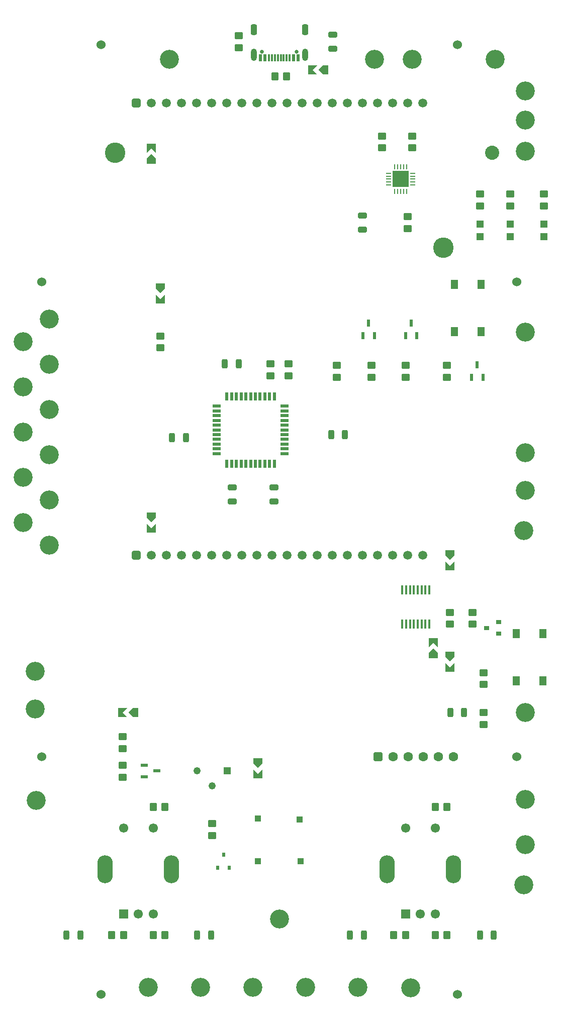
<source format=gbr>
%TF.GenerationSoftware,Altium Limited,Altium Designer,23.6.0 (18)*%
G04 Layer_Color=255*
%FSLAX43Y43*%
%MOMM*%
%TF.SameCoordinates,407812E0-2FFD-4E57-8D94-CFCBE61D5419*%
%TF.FilePolarity,Positive*%
%TF.FileFunction,Pads,Top*%
%TF.Part,Single*%
G01*
G75*
%TA.AperFunction,SMDPad,CuDef*%
%ADD10R,0.508X1.346*%
%ADD11R,1.346X0.508*%
G04:AMPARAMS|DCode=12|XSize=1.4mm|YSize=1.2mm|CornerRadius=0.15mm|HoleSize=0mm|Usage=FLASHONLY|Rotation=180.000|XOffset=0mm|YOffset=0mm|HoleType=Round|Shape=RoundedRectangle|*
%AMROUNDEDRECTD12*
21,1,1.400,0.900,0,0,180.0*
21,1,1.100,1.200,0,0,180.0*
1,1,0.300,-0.550,0.450*
1,1,0.300,0.550,0.450*
1,1,0.300,0.550,-0.450*
1,1,0.300,-0.550,-0.450*
%
%ADD12ROUNDEDRECTD12*%
%AMCUSTOMSHAPE13*
4,1,5,-0.762,0.826,-0.762,-0.064,0.000,-0.826,0.762,-0.064,0.762,0.826,-0.762,0.826,0.0*%
%ADD13CUSTOMSHAPE13*%

%AMCUSTOMSHAPE14*
4,1,5,0.762,0.762,0.000,0.000,-0.762,0.762,-0.762,-0.762,0.762,-0.762,0.762,0.762,0.0*%
%ADD14CUSTOMSHAPE14*%

%AMCUSTOMSHAPE15*
4,1,5,0.762,-0.826,0.762,0.064,0.000,0.826,-0.762,0.064,-0.762,-0.826,0.762,-0.826,0.0*%
%ADD15CUSTOMSHAPE15*%

%AMCUSTOMSHAPE16*
4,1,5,-0.762,-0.762,0.000,0.000,0.762,-0.762,0.762,0.762,-0.762,0.762,-0.762,-0.762,0.0*%
%ADD16CUSTOMSHAPE16*%

%ADD17R,1.000X1.000*%
%AMCUSTOMSHAPE18*
4,1,5,0.762,0.762,0.000,0.000,0.762,-0.762,-0.762,-0.762,-0.762,0.762,0.762,0.762,0.0*%
%ADD18CUSTOMSHAPE18*%

%AMCUSTOMSHAPE19*
4,1,5,0.826,-0.762,-0.064,-0.762,-0.826,0.000,-0.064,0.762,0.826,0.762,0.826,-0.762,0.0*%
%ADD19CUSTOMSHAPE19*%

%ADD20O,0.250X0.900*%
%ADD21O,0.900X0.250*%
%ADD22R,2.800X2.800*%
G04:AMPARAMS|DCode=23|XSize=1.55mm|YSize=0.95mm|CornerRadius=0.238mm|HoleSize=0mm|Usage=FLASHONLY|Rotation=270.000|XOffset=0mm|YOffset=0mm|HoleType=Round|Shape=RoundedRectangle|*
%AMROUNDEDRECTD23*
21,1,1.550,0.475,0,0,270.0*
21,1,1.075,0.950,0,0,270.0*
1,1,0.475,-0.238,-0.538*
1,1,0.475,-0.238,0.538*
1,1,0.475,0.238,0.538*
1,1,0.475,0.238,-0.538*
%
%ADD23ROUNDEDRECTD23*%
%ADD24R,1.300X1.550*%
G04:AMPARAMS|DCode=25|XSize=1.57mm|YSize=0.41mm|CornerRadius=0.051mm|HoleSize=0mm|Usage=FLASHONLY|Rotation=270.000|XOffset=0mm|YOffset=0mm|HoleType=Round|Shape=RoundedRectangle|*
%AMROUNDEDRECTD25*
21,1,1.570,0.308,0,0,270.0*
21,1,1.468,0.410,0,0,270.0*
1,1,0.103,-0.154,-0.734*
1,1,0.103,-0.154,0.734*
1,1,0.103,0.154,0.734*
1,1,0.103,0.154,-0.734*
%
%ADD25ROUNDEDRECTD25*%
%ADD26R,0.600X0.750*%
G04:AMPARAMS|DCode=27|XSize=1.23mm|YSize=0.59mm|CornerRadius=0.148mm|HoleSize=0mm|Usage=FLASHONLY|Rotation=90.000|XOffset=0mm|YOffset=0mm|HoleType=Round|Shape=RoundedRectangle|*
%AMROUNDEDRECTD27*
21,1,1.230,0.295,0,0,90.0*
21,1,0.935,0.590,0,0,90.0*
1,1,0.295,0.148,0.468*
1,1,0.295,0.148,-0.468*
1,1,0.295,-0.148,-0.468*
1,1,0.295,-0.148,0.468*
%
%ADD27ROUNDEDRECTD27*%
G04:AMPARAMS|DCode=28|XSize=1.4mm|YSize=1.2mm|CornerRadius=0.15mm|HoleSize=0mm|Usage=FLASHONLY|Rotation=90.000|XOffset=0mm|YOffset=0mm|HoleType=Round|Shape=RoundedRectangle|*
%AMROUNDEDRECTD28*
21,1,1.400,0.900,0,0,90.0*
21,1,1.100,1.200,0,0,90.0*
1,1,0.300,0.450,0.550*
1,1,0.300,0.450,-0.550*
1,1,0.300,-0.450,-0.550*
1,1,0.300,-0.450,0.550*
%
%ADD28ROUNDEDRECTD28*%
G04:AMPARAMS|DCode=29|XSize=1.55mm|YSize=0.95mm|CornerRadius=0.238mm|HoleSize=0mm|Usage=FLASHONLY|Rotation=180.000|XOffset=0mm|YOffset=0mm|HoleType=Round|Shape=RoundedRectangle|*
%AMROUNDEDRECTD29*
21,1,1.550,0.475,0,0,180.0*
21,1,1.075,0.950,0,0,180.0*
1,1,0.475,-0.538,0.238*
1,1,0.475,0.538,0.238*
1,1,0.475,0.538,-0.238*
1,1,0.475,-0.538,-0.238*
%
%ADD29ROUNDEDRECTD29*%
%ADD30R,0.900X0.800*%
%AMCUSTOMSHAPE31*
4,1,5,0.826,0.762,-0.064,0.762,-0.826,0.000,-0.064,-0.762,0.826,-0.762,0.826,0.762,0.0*%
%ADD31CUSTOMSHAPE31*%

%AMCUSTOMSHAPE32*
4,1,5,0.762,-0.762,0.000,0.000,0.762,0.762,-0.762,0.762,-0.762,-0.762,0.762,-0.762,0.0*%
%ADD32CUSTOMSHAPE32*%

G04:AMPARAMS|DCode=33|XSize=1.23mm|YSize=0.59mm|CornerRadius=0.148mm|HoleSize=0mm|Usage=FLASHONLY|Rotation=0.000|XOffset=0mm|YOffset=0mm|HoleType=Round|Shape=RoundedRectangle|*
%AMROUNDEDRECTD33*
21,1,1.230,0.295,0,0,0.0*
21,1,0.935,0.590,0,0,0.0*
1,1,0.295,0.468,-0.148*
1,1,0.295,-0.468,-0.148*
1,1,0.295,-0.468,0.148*
1,1,0.295,0.468,0.148*
%
%ADD33ROUNDEDRECTD33*%
%ADD34R,0.600X1.150*%
%ADD35R,0.300X1.150*%
%ADD36R,1.200X1.200*%
%TA.AperFunction,ComponentPad*%
%ADD39C,3.200*%
%ADD40C,3.450*%
%ADD41C,2.388*%
%ADD42C,1.520*%
G04:AMPARAMS|DCode=43|XSize=1.52mm|YSize=1.52mm|CornerRadius=0.38mm|HoleSize=0mm|Usage=FLASHONLY|Rotation=0.000|XOffset=0mm|YOffset=0mm|HoleType=Round|Shape=RoundedRectangle|*
%AMROUNDEDRECTD43*
21,1,1.520,0.760,0,0,0.0*
21,1,0.760,1.520,0,0,0.0*
1,1,0.760,0.380,-0.380*
1,1,0.760,-0.380,-0.380*
1,1,0.760,-0.380,0.380*
1,1,0.760,0.380,0.380*
%
%ADD43ROUNDEDRECTD43*%
%ADD44C,1.600*%
G04:AMPARAMS|DCode=45|XSize=1.6mm|YSize=1.6mm|CornerRadius=0.4mm|HoleSize=0mm|Usage=FLASHONLY|Rotation=0.000|XOffset=0mm|YOffset=0mm|HoleType=Round|Shape=RoundedRectangle|*
%AMROUNDEDRECTD45*
21,1,1.600,0.800,0,0,0.0*
21,1,0.800,1.600,0,0,0.0*
1,1,0.800,0.400,-0.400*
1,1,0.800,-0.400,-0.400*
1,1,0.800,-0.400,0.400*
1,1,0.800,0.400,0.400*
%
%ADD45ROUNDEDRECTD45*%
%ADD46C,1.550*%
%ADD47R,1.550X1.550*%
G04:AMPARAMS|DCode=48|XSize=2.6mm|YSize=4.7mm|CornerRadius=1.3mm|HoleSize=0mm|Usage=FLASHONLY|Rotation=0.000|XOffset=0mm|YOffset=0mm|HoleType=Round|Shape=RoundedRectangle|*
%AMROUNDEDRECTD48*
21,1,2.600,2.100,0,0,0.0*
21,1,0.000,4.700,0,0,0.0*
1,1,2.600,0.000,-1.050*
1,1,2.600,0.000,-1.050*
1,1,2.600,0.000,1.050*
1,1,2.600,0.000,1.050*
%
%ADD48ROUNDEDRECTD48*%
%ADD49R,1.222X1.222*%
%ADD50C,1.222*%
G04:AMPARAMS|DCode=51|XSize=1.8mm|YSize=1mm|CornerRadius=0.25mm|HoleSize=0mm|Usage=FLASHONLY|Rotation=270.000|XOffset=0mm|YOffset=0mm|HoleType=Round|Shape=RoundedRectangle|*
%AMROUNDEDRECTD51*
21,1,1.800,0.500,0,0,270.0*
21,1,1.300,1.000,0,0,270.0*
1,1,0.500,-0.250,-0.650*
1,1,0.500,-0.250,0.650*
1,1,0.500,0.250,0.650*
1,1,0.500,0.250,-0.650*
%
%ADD51ROUNDEDRECTD51*%
%ADD52O,1.000X2.100*%
%ADD53C,0.650*%
%TA.AperFunction,WasherPad*%
%ADD54C,1.524*%
D10*
X38672Y93398D02*
D03*
X39472D02*
D03*
X40272D02*
D03*
X41072D02*
D03*
X41872D02*
D03*
X42672D02*
D03*
X43472D02*
D03*
X44272D02*
D03*
X45072D02*
D03*
X45872D02*
D03*
X46672D02*
D03*
Y104752D02*
D03*
X45872D02*
D03*
X45072D02*
D03*
X44272D02*
D03*
X43472D02*
D03*
X42672D02*
D03*
X41872D02*
D03*
X41072D02*
D03*
X40272D02*
D03*
X39472D02*
D03*
X38672D02*
D03*
D11*
X48349Y95075D02*
D03*
Y95875D02*
D03*
Y96675D02*
D03*
Y97475D02*
D03*
Y98275D02*
D03*
Y99075D02*
D03*
Y99875D02*
D03*
Y100675D02*
D03*
Y101475D02*
D03*
Y102275D02*
D03*
Y103075D02*
D03*
X36995D02*
D03*
Y102275D02*
D03*
Y101475D02*
D03*
Y100675D02*
D03*
Y99875D02*
D03*
Y99075D02*
D03*
Y98275D02*
D03*
Y97475D02*
D03*
Y96675D02*
D03*
Y95875D02*
D03*
Y95075D02*
D03*
D12*
X81915Y56166D02*
D03*
Y58166D02*
D03*
X49022Y108220D02*
D03*
Y110220D02*
D03*
X45974Y108220D02*
D03*
Y110220D02*
D03*
X81915Y51435D02*
D03*
Y49435D02*
D03*
X80010Y66345D02*
D03*
Y68345D02*
D03*
X76200Y66345D02*
D03*
Y68345D02*
D03*
X36195Y30750D02*
D03*
Y32750D02*
D03*
X21110Y42545D02*
D03*
Y40545D02*
D03*
Y45355D02*
D03*
Y47355D02*
D03*
X27432Y114903D02*
D03*
Y112903D02*
D03*
X40640Y163465D02*
D03*
Y165465D02*
D03*
X92075Y136795D02*
D03*
Y138795D02*
D03*
X86360Y136795D02*
D03*
Y138795D02*
D03*
X81280Y136795D02*
D03*
Y138795D02*
D03*
X69090Y134985D02*
D03*
Y132985D02*
D03*
X69850Y148590D02*
D03*
Y146590D02*
D03*
X64770D02*
D03*
Y148590D02*
D03*
X68772Y109950D02*
D03*
Y107950D02*
D03*
X63057Y109950D02*
D03*
Y107950D02*
D03*
X75692Y109950D02*
D03*
Y107950D02*
D03*
X57150Y107950D02*
D03*
Y109950D02*
D03*
D13*
X76200Y60828D02*
D03*
X43857Y42926D02*
D03*
X25910Y84328D02*
D03*
X27432Y122936D02*
D03*
X76200Y77978D02*
D03*
D14*
Y59050D02*
D03*
X43857Y41148D02*
D03*
X25910Y82550D02*
D03*
X27432Y121158D02*
D03*
X76200Y76200D02*
D03*
D15*
X73406Y61468D02*
D03*
X25908Y144780D02*
D03*
D16*
X73406Y63246D02*
D03*
X25908Y146558D02*
D03*
D17*
X50950Y33450D02*
D03*
X51100Y26400D02*
D03*
X43900D02*
D03*
Y33600D02*
D03*
D18*
X53086Y159766D02*
D03*
D19*
X54864D02*
D03*
D20*
X66945Y139285D02*
D03*
X67445D02*
D03*
X67945D02*
D03*
X68445D02*
D03*
X68945D02*
D03*
Y143385D02*
D03*
X68445D02*
D03*
X67945D02*
D03*
X67445D02*
D03*
X66945D02*
D03*
D21*
X69995Y140335D02*
D03*
Y140835D02*
D03*
Y141335D02*
D03*
Y141835D02*
D03*
Y142335D02*
D03*
X65895D02*
D03*
Y141835D02*
D03*
Y141335D02*
D03*
Y140835D02*
D03*
Y140335D02*
D03*
D22*
X67945Y141335D02*
D03*
D23*
X33655Y13970D02*
D03*
X36005D02*
D03*
X40640Y110176D02*
D03*
X38290D02*
D03*
X83630Y13970D02*
D03*
X81280D02*
D03*
X59372D02*
D03*
X61722D02*
D03*
X11620Y13970D02*
D03*
X13970D02*
D03*
X29417Y97790D02*
D03*
X31767D02*
D03*
X58579Y98275D02*
D03*
X56229D02*
D03*
X76295Y51435D02*
D03*
X78645D02*
D03*
D24*
X81498Y123609D02*
D03*
X76998D02*
D03*
X81498Y115659D02*
D03*
X76998D02*
D03*
X87376Y56820D02*
D03*
X91876D02*
D03*
X87376Y64770D02*
D03*
X91876D02*
D03*
D25*
X72760Y72085D02*
D03*
X72110D02*
D03*
X71460D02*
D03*
X70810D02*
D03*
X70160D02*
D03*
X69510D02*
D03*
X68860D02*
D03*
X68210D02*
D03*
Y66345D02*
D03*
X68860D02*
D03*
X69510D02*
D03*
X70160D02*
D03*
X70810D02*
D03*
X71460D02*
D03*
X72110D02*
D03*
X72760D02*
D03*
D26*
X38100Y27516D02*
D03*
X39050Y25316D02*
D03*
X37150D02*
D03*
D27*
X80838Y110070D02*
D03*
X81788Y107950D02*
D03*
X79888D02*
D03*
X68772Y114935D02*
D03*
X70672D02*
D03*
X69723Y117055D02*
D03*
X61600Y114935D02*
D03*
X63500D02*
D03*
X62550Y117055D02*
D03*
D28*
X46750Y158623D02*
D03*
X48750D02*
D03*
X73750Y13970D02*
D03*
X75750D02*
D03*
X68750D02*
D03*
X66750D02*
D03*
X26250Y13970D02*
D03*
X28250D02*
D03*
X21250D02*
D03*
X19250D02*
D03*
X73750Y35560D02*
D03*
X75750D02*
D03*
X26250D02*
D03*
X28250D02*
D03*
D29*
X46609Y86995D02*
D03*
Y89345D02*
D03*
X39549Y86995D02*
D03*
Y89345D02*
D03*
X56515Y165640D02*
D03*
Y163290D02*
D03*
X61470Y132810D02*
D03*
Y135160D02*
D03*
D30*
X82455Y65720D02*
D03*
X84455Y66670D02*
D03*
Y64770D02*
D03*
D31*
X22888Y51435D02*
D03*
D32*
X21110D02*
D03*
D33*
X24765Y42545D02*
D03*
Y40645D02*
D03*
X26885Y41595D02*
D03*
D34*
X50700Y161745D02*
D03*
X44300D02*
D03*
X49900D02*
D03*
X45100D02*
D03*
D35*
X47250D02*
D03*
X47750D02*
D03*
X46750D02*
D03*
X46250D02*
D03*
X45750D02*
D03*
X48250D02*
D03*
X48750D02*
D03*
X49250D02*
D03*
D36*
X81280Y133765D02*
D03*
Y131665D02*
D03*
X86360Y133765D02*
D03*
Y131665D02*
D03*
X92075Y133765D02*
D03*
Y131665D02*
D03*
D39*
X88900Y88900D02*
D03*
X29000Y161500D02*
D03*
X88710Y82105D02*
D03*
X6540Y36640D02*
D03*
X47500Y16700D02*
D03*
X88710Y22415D02*
D03*
X8763Y79629D02*
D03*
X4318Y83439D02*
D03*
X8763Y87249D02*
D03*
X4318Y91059D02*
D03*
X8763Y94869D02*
D03*
X4318Y98679D02*
D03*
X8763Y102489D02*
D03*
X4318Y106299D02*
D03*
X8763Y110109D02*
D03*
X4318Y113919D02*
D03*
X8763Y117729D02*
D03*
X43080Y5105D02*
D03*
X69600Y5080D02*
D03*
X60760Y5105D02*
D03*
X51920D02*
D03*
X34240D02*
D03*
X25400D02*
D03*
X88900Y29210D02*
D03*
Y36830D02*
D03*
Y51435D02*
D03*
X6350Y52070D02*
D03*
Y58420D02*
D03*
X63500Y161500D02*
D03*
X88900Y146050D02*
D03*
Y151275D02*
D03*
Y156210D02*
D03*
Y115532D02*
D03*
Y95250D02*
D03*
X83820Y161500D02*
D03*
X69850D02*
D03*
D40*
X19877Y145801D02*
D03*
X75122Y129799D02*
D03*
D41*
X83352Y145801D02*
D03*
D42*
X71628Y154178D02*
D03*
X69088D02*
D03*
X66548D02*
D03*
X58928D02*
D03*
X56388D02*
D03*
X53848D02*
D03*
X48768D02*
D03*
X43688D02*
D03*
X41148D02*
D03*
X36068D02*
D03*
X33528D02*
D03*
X30988D02*
D03*
X25908D02*
D03*
X28448D02*
D03*
X38608D02*
D03*
X46228D02*
D03*
X51308D02*
D03*
X61468D02*
D03*
X64008D02*
D03*
X71628Y77978D02*
D03*
X69088D02*
D03*
X66548D02*
D03*
X58928D02*
D03*
X56388D02*
D03*
X53848D02*
D03*
X48768D02*
D03*
X43688D02*
D03*
X41148D02*
D03*
X36068D02*
D03*
X33528D02*
D03*
X30988D02*
D03*
X25908D02*
D03*
X28448D02*
D03*
X38608D02*
D03*
X46228D02*
D03*
X51308D02*
D03*
X61468D02*
D03*
X64008D02*
D03*
D43*
X23368Y154178D02*
D03*
Y77978D02*
D03*
D44*
X76850Y44000D02*
D03*
X74310D02*
D03*
X69230D02*
D03*
X66690D02*
D03*
X71770D02*
D03*
D45*
X64150D02*
D03*
D46*
X68750Y32000D02*
D03*
X73750D02*
D03*
X71250Y17500D02*
D03*
X73750D02*
D03*
X21250Y32000D02*
D03*
X26250D02*
D03*
X23750Y17500D02*
D03*
X26250D02*
D03*
D47*
X68750D02*
D03*
X21250D02*
D03*
D48*
X65650Y25000D02*
D03*
X76850D02*
D03*
X18150D02*
D03*
X29350D02*
D03*
D49*
X38735Y41595D02*
D03*
D50*
X36195Y39055D02*
D03*
X33655Y41595D02*
D03*
D51*
X51820Y166500D02*
D03*
X43180D02*
D03*
D52*
X51820Y162320D02*
D03*
X43180D02*
D03*
D53*
X44610Y162820D02*
D03*
X50390D02*
D03*
D54*
X87500Y44000D02*
D03*
Y124000D02*
D03*
X7500D02*
D03*
Y44000D02*
D03*
X77500Y164000D02*
D03*
X17500Y4000D02*
D03*
X77500D02*
D03*
X17500Y164000D02*
D03*
%TF.MD5,d2b0056addc4d79733d8f54c6c420bb7*%
M02*

</source>
